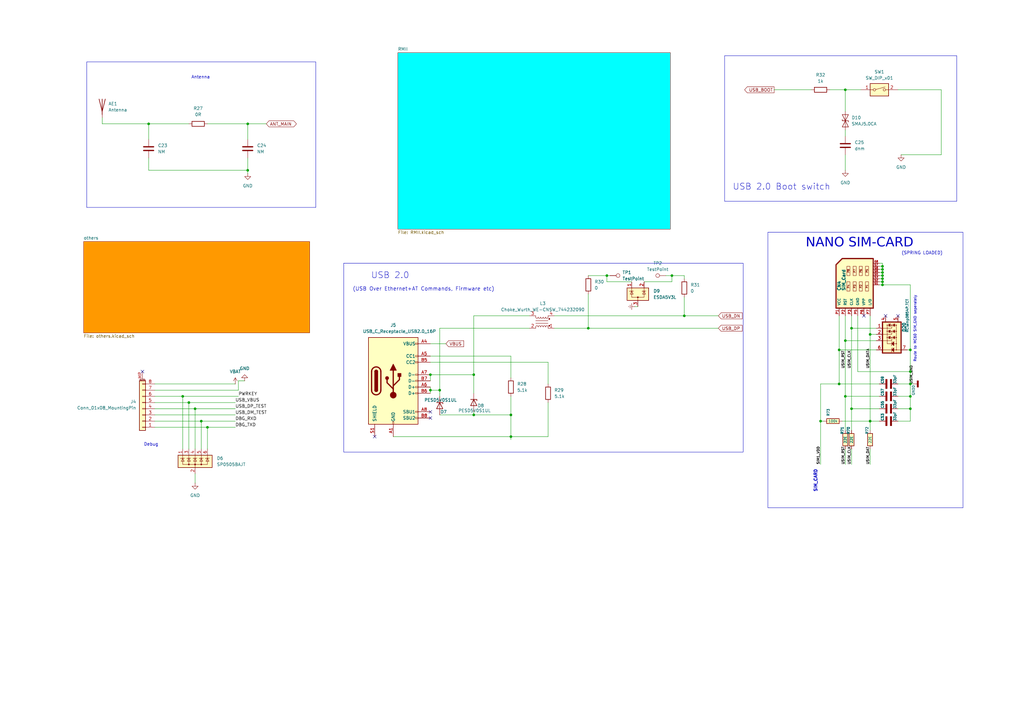
<source format=kicad_sch>
(kicad_sch (version 20250114) (generator "eeschema") (generator_version "9.0")
  (paper "A3")
  (title_block (title "Raspberry Pi HAT") (rev "A"))
  (lib_symbols
    (symbol "CELUS:GND" (power) (pin_names (offset 0.762))
      (symbol "GND_0_1"
        (polyline (pts (xy -0.635 -1.905) (xy 0.635 -1.905)))
        (polyline (pts (xy -0.127 -2.54) (xy 0.127 -2.54)))
        (polyline (pts (xy 0 -1.27) (xy 0 0)))
        (polyline (pts (xy 1.27 -1.27) (xy -1.27 -1.27)))
      )
      (symbol "GND_1_1"
        (pin power_in line (at 0 0 270) (length 0) (hide yes) (name "GND") (number "1"))
      )
    )
    (symbol "Connector:TestPoint" (pin_numbers (hide yes)) (pin_names (offset 0.762) (hide yes))
      (property "Reference" "TP" (at 0 6.858 0))
      (property "Value" "TestPoint" (at 0 5.08 0))
      (symbol "TestPoint_0_1"
        (circle (center 0 3.302) (radius 0.762))
      )
      (symbol "TestPoint_1_1"
        (pin passive line (at 0 0 90) (length 2.54) (name "1") (number "1"))
      )
    )
    (symbol "Connector:USB_C_Receptacle_USB2.0_16P" (pin_names (offset 1.016))
      (property "Reference" "J" (at 0 22.225 0))
      (property "Value" "USB_C_Receptacle_USB2.0_16P" (at 0 19.685 0))
      (symbol "USB_C_Receptacle_USB2.0_16P_0_0"
        (rectangle (start -0.254 -17.78) (end 0.254 -16.764))
        (rectangle (start 10.16 15.494) (end 9.144 14.986))
        (rectangle (start 10.16 10.414) (end 9.144 9.906))
        (rectangle (start 10.16 7.874) (end 9.144 7.366))
        (rectangle (start 10.16 2.794) (end 9.144 2.286))
        (rectangle (start 10.16 0.254) (end 9.144 -0.254))
        (rectangle (start 10.16 -2.286) (end 9.144 -2.794))
        (rectangle (start 10.16 -4.826) (end 9.144 -5.334))
        (rectangle (start 10.16 -12.446) (end 9.144 -12.954))
        (rectangle (start 10.16 -14.986) (end 9.144 -15.494))
      )
      (symbol "USB_C_Receptacle_USB2.0_16P_0_1"
        (rectangle (start -10.16 17.78) (end 10.16 -17.78) (stroke (width 0.254)) (fill (type background)))
        (polyline (pts (xy -8.89 -3.81) (xy -8.89 3.81)) (stroke (width 0.508)))
        (rectangle (start -7.62 -3.81) (end -6.35 3.81) (stroke (width 0.254)) (fill (type outline)))
        (arc (start -7.62 3.81) (mid -6.985 4.4423) (end -6.35 3.81) (stroke (width 0.254)))
        (arc (start -7.62 3.81) (mid -6.985 4.4423) (end -6.35 3.81) (stroke (width 0.254)) (fill (type outline)))
        (arc (start -8.89 3.81) (mid -6.985 5.7067) (end -5.08 3.81) (stroke (width 0.508)))
        (arc (start -5.08 -3.81) (mid -6.985 -5.7067) (end -8.89 -3.81) (stroke (width 0.508)))
        (arc (start -6.35 -3.81) (mid -6.985 -4.4423) (end -7.62 -3.81) (stroke (width 0.254)))
        (arc (start -6.35 -3.81) (mid -6.985 -4.4423) (end -7.62 -3.81) (stroke (width 0.254)) (fill (type outline)))
        (polyline (pts (xy -5.08 3.81) (xy -5.08 -3.81)) (stroke (width 0.508)))
        (circle (center -2.54 1.143) (radius 0.635) (stroke (width 0.254)) (fill (type outline)))
        (polyline (pts (xy -1.27 4.318) (xy 0 6.858) (xy 1.27 4.318) (xy -1.27 4.318)) (stroke (width 0.254)) (fill (type outline)))
        (polyline (pts (xy 0 -2.032) (xy 2.54 0.508) (xy 2.54 1.778)) (stroke (width 0.508)))
        (polyline (pts (xy 0 -3.302) (xy -2.54 -0.762) (xy -2.54 0.508)) (stroke (width 0.508)))
        (polyline (pts (xy 0 -5.842) (xy 0 4.318)) (stroke (width 0.508)))
        (circle (center 0 -5.842) (radius 1.27) (fill (type outline)))
        (rectangle (start 1.905 1.778) (end 3.175 3.048) (stroke (width 0.254)) (fill (type outline)))
      )
      (symbol "USB_C_Receptacle_USB2.0_16P_1_1"
        (pin passive line (at -7.62 -22.86 90) (length 5.08) (name "SHIELD") (number "S1"))
        (pin passive line (at 0 -22.86 90) (length 5.08) (name "GND") (number "A1"))
        (pin passive line (at 0 -22.86 90) (length 5.08) (hide yes) (name "GND") (number "A12"))
        (pin passive line (at 0 -22.86 90) (length 5.08) (hide yes) (name "GND") (number "B1"))
        (pin passive line (at 0 -22.86 90) (length 5.08) (hide yes) (name "GND") (number "B12"))
        (pin passive line (at 15.24 15.24 180) (length 5.08) (name "VBUS") (number "A4"))
        (pin passive line (at 15.24 15.24 180) (length 5.08) (hide yes) (name "VBUS") (number "A9"))
        (pin passive line (at 15.24 15.24 180) (length 5.08) (hide yes) (name "VBUS") (number "B4"))
        (pin passive line (at 15.24 15.24 180) (length 5.08) (hide yes) (name "VBUS") (number "B9"))
        (pin bidirectional line (at 15.24 10.16 180) (length 5.08) (name "CC1") (number "A5"))
        (pin bidirectional line (at 15.24 7.62 180) (length 5.08) (name "CC2") (number "B5"))
        (pin bidirectional line (at 15.24 2.54 180) (length 5.08) (name "D-") (number "A7"))
        (pin bidirectional line (at 15.24 0 180) (length 5.08) (name "D-") (number "B7"))
        (pin bidirectional line (at 15.24 -2.54 180) (length 5.08) (name "D+") (number "A6"))
        (pin bidirectional line (at 15.24 -5.08 180) (length 5.08) (name "D+") (number "B6"))
        (pin bidirectional line (at 15.24 -12.7 180) (length 5.08) (name "SBU1") (number "A8"))
        (pin bidirectional line (at 15.24 -15.24 180) (length 5.08) (name "SBU2") (number "B8"))
      )
    )
    (symbol "Connector_Generic_MountingPin:Conn_01x08_MountingPin" (pin_names (offset 1.016) (hide yes))
      (property "Reference" "J" (at 0 10.16 0))
      (property "Value" "Conn_01x08_MountingPin" (at 1.27 -12.7 0))
      (symbol "Conn_01x08_MountingPin_1_1"
        (rectangle (start -1.27 8.89) (end 1.27 -11.43) (stroke (width 0.254)) (fill (type background)))
        (rectangle (start -1.27 7.747) (end 0 7.493) (stroke (width 0.1524)))
        (rectangle (start -1.27 5.207) (end 0 4.953) (stroke (width 0.1524)))
        (rectangle (start -1.27 2.667) (end 0 2.413) (stroke (width 0.1524)))
        (rectangle (start -1.27 0.127) (end 0 -0.127) (stroke (width 0.1524)))
        (rectangle (start -1.27 -2.413) (end 0 -2.667) (stroke (width 0.1524)))
        (rectangle (start -1.27 -4.953) (end 0 -5.207) (stroke (width 0.1524)))
        (rectangle (start -1.27 -7.493) (end 0 -7.747) (stroke (width 0.1524)))
        (rectangle (start -1.27 -10.033) (end 0 -10.287) (stroke (width 0.1524)))
        (polyline (pts (xy -1.016 -12.192) (xy 1.016 -12.192)) (stroke (width 0.1524)))
        (text "Mounting" (at 0 -11.811 0) (effects (font (size 0.381 0.381))))
        (pin passive line (at -5.08 7.62 0) (length 3.81) (name "Pin_1") (number "1"))
        (pin passive line (at -5.08 5.08 0) (length 3.81) (name "Pin_2") (number "2"))
        (pin passive line (at -5.08 2.54 0) (length 3.81) (name "Pin_3") (number "3"))
        (pin passive line (at -5.08 0 0) (length 3.81) (name "Pin_4") (number "4"))
        (pin passive line (at -5.08 -2.54 0) (length 3.81) (name "Pin_5") (number "5"))
        (pin passive line (at -5.08 -5.08 0) (length 3.81) (name "Pin_6") (number "6"))
        (pin passive line (at -5.08 -7.62 0) (length 3.81) (name "Pin_7") (number "7"))
        (pin passive line (at -5.08 -10.16 0) (length 3.81) (name "Pin_8") (number "8"))
        (pin passive line (at 0 -15.24 90) (length 3.048) (name "MountPin") (number "MP"))
      )
    )
    (symbol "Device:Antenna" (pin_numbers (hide yes)) (pin_names (offset 1.016) (hide yes))
      (property "Reference" "AE" (at -1.905 1.905 0))
      (property "Value" "Antenna" (at -1.905 0 0))
      (symbol "Antenna_0_1"
        (polyline (pts (xy 0 2.54) (xy 0 -3.81)) (stroke (width 0.254)))
        (polyline (pts (xy 1.27 2.54) (xy 0 -2.54) (xy -1.27 2.54)) (stroke (width 0.254)))
      )
      (symbol "Antenna_1_1"
        (pin input line (at 0 -5.08 90) (length 2.54) (name "A") (number "1"))
      )
    )
    (symbol "Device:C" (pin_numbers (hide yes)) (pin_names (offset 0.254))
      (property "Reference" "C" (at 0.635 2.54 0))
      (property "Value" "C" (at 0.635 -2.54 0))
      (symbol "C_0_1"
        (polyline (pts (xy -2.032 0.762) (xy 2.032 0.762)) (stroke (width 0.508)))
        (polyline (pts (xy -2.032 -0.762) (xy 2.032 -0.762)) (stroke (width 0.508)))
      )
      (symbol "C_1_1"
        (pin passive line (at 0 3.81 270) (length 2.794) (name "~") (number "1"))
        (pin passive line (at 0 -3.81 90) (length 2.794) (name "~") (number "2"))
      )
    )
    (symbol "Device:R" (pin_numbers (hide yes)) (pin_names (offset 0))
      (property "Reference" "R" (at 2.032 0 90))
      (property "Value" "R" (at 0 0 90))
      (symbol "R_0_1"
        (rectangle (start -1.016 -2.54) (end 1.016 2.54) (stroke (width 0.254)))
      )
      (symbol "R_1_1"
        (pin passive line (at 0 3.81 270) (length 1.27) (name "~") (number "1"))
        (pin passive line (at 0 -3.81 90) (length 1.27) (name "~") (number "2"))
      )
    )
    (symbol "Diode:PESD5V0S1UL" (pin_numbers (hide yes)) (pin_names (hide yes))
      (property "Reference" "D" (at 0 2.54 0))
      (property "Value" "PESD5V0S1UL" (at 0 -2.54 0))
      (symbol "PESD5V0S1UL_0_1"
        (polyline (pts (xy -1.27 -1.27) (xy -1.27 1.27) (xy -0.762 1.27)) (stroke (width 0.254)))
        (polyline (pts (xy 1.27 0) (xy -1.27 0)))
        (polyline (pts (xy 1.27 -1.27) (xy 1.27 1.27) (xy -1.27 0) (xy 1.27 -1.27)) (stroke (width 0.254)))
      )
      (symbol "PESD5V0S1UL_1_1"
        (pin passive line (at -3.81 0 0) (length 2.54) (name "K") (number "1"))
        (pin passive line (at 3.81 0 180) (length 2.54) (name "A") (number "2"))
      )
    )
    (symbol "Diode:SMAJ5.0CA" (pin_numbers (hide yes)) (pin_names (offset 1.016) (hide yes))
      (property "Reference" "D" (at 0 2.54 0))
      (property "Value" "SMAJ5.0CA" (at 0 -2.54 0))
      (symbol "SMAJ5.0CA_0_1"
        (polyline (pts (xy -2.54 -1.27) (xy 0 0) (xy -2.54 1.27) (xy -2.54 -1.27)) (stroke (width 0.2032)))
        (polyline (pts (xy 0.508 1.27) (xy 0 1.27) (xy 0 -1.27) (xy -0.508 -1.27)) (stroke (width 0.2032)))
        (polyline (pts (xy 1.27 0) (xy -1.27 0)))
        (polyline (pts (xy 2.54 1.27) (xy 2.54 -1.27) (xy 0 0) (xy 2.54 1.27)) (stroke (width 0.2032)))
      )
      (symbol "SMAJ5.0CA_1_1"
        (pin passive line (at -3.81 0 0) (length 2.54) (name "A1") (number "1"))
        (pin passive line (at 3.81 0 180) (length 2.54) (name "A2") (number "2"))
      )
    )
    (symbol "Filter:Choke_Wurth_WE-CNSW_744232090"
      (property "Reference" "L" (at 0 5.08 0))
      (property "Value" "Choke_Wurth_WE-CNSW_744232090" (at 0 -5.08 0))
      (symbol "Choke_Wurth_WE-CNSW_744232090_1_1"
        (circle (center -3.048 1.524) (radius 0.254) (fill (type outline)))
        (circle (center -3.048 -1.27) (radius 0.254) (fill (type outline)))
        (polyline (pts (xy -2.54 2.032) (xy -2.54 2.54)))
        (polyline (pts (xy -2.54 0.508) (xy 2.54 0.508)))
        (polyline (pts (xy -2.54 -2.032) (xy -2.54 -2.54)))
        (arc (start -1.524 2.032) (mid -2.032 1.5262) (end -2.54 2.032))
        (arc (start -2.54 -2.032) (mid -2.032 -1.5262) (end -1.524 -2.032))
        (arc (start -0.508 2.032) (mid -1.016 1.5262) (end -1.524 2.032))
        (arc (start -1.524 -2.032) (mid -1.016 -1.5262) (end -0.508 -2.032))
        (arc (start 0.508 2.032) (mid 0 1.5262) (end -0.508 2.032))
        (arc (start -0.508 -2.032) (mid 0 -1.5262) (end 0.508 -2.032))
        (arc (start 1.524 2.032) (mid 1.016 1.5262) (end 0.508 2.032))
        (arc (start 0.508 -2.032) (mid 1.016 -1.5262) (end 1.524 -2.032))
        (arc (start 2.54 2.032) (mid 2.032 1.5262) (end 1.524 2.032))
        (arc (start 1.524 -2.032) (mid 2.032 -1.5262) (end 2.54 -2.032))
        (polyline (pts (xy 2.54 2.54) (xy 2.54 2.032)))
        (polyline (pts (xy 2.54 -0.508) (xy -2.54 -0.508)))
        (polyline (pts (xy 2.54 -2.032) (xy 2.54 -2.54)))
        (pin passive line (at -5.08 2.54 0) (length 2.54) (name "") (number "1"))
        (pin passive line (at -5.08 -2.54 0) (length 2.54) (name "") (number "4"))
        (pin passive line (at 5.08 2.54 180) (length 2.54) (name "") (number "2"))
        (pin passive line (at 5.08 -2.54 180) (length 2.54) (name "") (number "3"))
      )
    )
    (symbol "Power_Protection:ESDA5V3L" (pin_names (hide yes))
      (property "Reference" "D" (at 5.715 2.54 0))
      (property "Value" "ESDA5V3L" (at 5.715 0.635 0))
      (symbol "ESDA5V3L_0_0"
        (pin passive line (at 0 -5.08 90) (length 2.54) (name "A") (number "3"))
      )
      (symbol "ESDA5V3L_0_1"
        (rectangle (start -4.445 2.54) (end 4.445 -2.54) (stroke (width 0.254)) (fill (type background)))
        (polyline (pts (xy -3.302 1.016) (xy -3.302 1.27) (xy -1.905 1.27) (xy -1.778 1.27)))
        (polyline (pts (xy -2.54 2.54) (xy -2.54 1.27)))
        (polyline (pts (xy -2.54 1.27) (xy -2.54 -1.27) (xy 2.54 -1.27) (xy 2.54 1.27)))
        (polyline (pts (xy -2.54 1.27) (xy -1.905 0) (xy -3.175 0) (xy -2.54 1.27)))
        (polyline (pts (xy 0 -1.27) (xy 0 -2.54)))
        (circle (center 0 -1.27) (radius 0.254) (fill (type outline)))
        (polyline (pts (xy 1.778 1.016) (xy 1.778 1.27) (xy 3.175 1.27) (xy 3.302 1.27)))
        (polyline (pts (xy 2.54 2.54) (xy 2.54 1.27)))
        (polyline (pts (xy 2.54 1.27) (xy 1.905 0) (xy 3.175 0) (xy 2.54 1.27)))
      )
      (symbol "ESDA5V3L_1_1"
        (pin passive line (at -2.54 5.08 270) (length 2.54) (name "K") (number "1"))
        (pin passive line (at 2.54 5.08 270) (length 2.54) (name "K") (number "2"))
      )
    )
    (symbol "Power_Protection:SP0505BAJT" (pin_names (hide yes))
      (property "Reference" "D" (at 7.62 2.54 0))
      (property "Value" "SP0505BAJT" (at 7.62 0.635 0))
      (symbol "SP0505BAJT_0_0"
        (pin passive line (at 0 -5.08 90) (length 2.54) (name "A") (number "2"))
      )
      (symbol "SP0505BAJT_0_1"
        (rectangle (start -6.985 2.54) (end 6.985 -2.54) (stroke (width 0.254)) (fill (type background)))
        (polyline (pts (xy -5.842 1.016) (xy -5.842 1.27) (xy -4.445 1.27) (xy -4.318 1.27)))
        (polyline (pts (xy -5.08 2.54) (xy -5.08 1.27)))
        (polyline (pts (xy -5.08 1.27) (xy -5.08 -1.27) (xy -2.54 -1.27)))
        (polyline (pts (xy -5.08 1.27) (xy -4.445 0) (xy -5.715 0) (xy -5.08 1.27)))
        (polyline (pts (xy -3.302 1.016) (xy -3.302 1.27) (xy -1.905 1.27) (xy -1.778 1.27)))
        (polyline (pts (xy -2.54 2.54) (xy -2.54 1.27)))
        (polyline (pts (xy -2.54 1.27) (xy -2.54 -1.27) (xy 2.54 -1.27) (xy 2.54 1.27)))
        (polyline (pts (xy -2.54 1.27) (xy -1.905 0) (xy -3.175 0) (xy -2.54 1.27)))
        (circle (center -2.54 -1.27) (radius 0.254) (fill (type outline)))
        (polyline (pts (xy 0 2.54) (xy 0 1.27)))
        (polyline (pts (xy 0 -1.27) (xy 0 1.27)))
        (polyline (pts (xy 0 -1.27) (xy 0 -2.54)))
        (circle (center 0 -1.27) (radius 0.254) (fill (type outline)))
        (polyline (pts (xy 0.635 1.27) (xy 0.762 1.27)))
        (polyline (pts (xy 0.635 1.27) (xy -0.762 1.27) (xy -0.762 1.016)))
        (polyline (pts (xy 0.635 0) (xy -0.635 0) (xy 0 1.27) (xy 0.635 0)))
        (polyline (pts (xy 1.778 1.016) (xy 1.778 1.27) (xy 3.175 1.27) (xy 3.302 1.27)))
        (polyline (pts (xy 2.54 2.54) (xy 2.54 1.27)))
        (polyline (pts (xy 2.54 1.27) (xy 1.905 0) (xy 3.175 0) (xy 2.54 1.27)))
        (circle (center 2.54 -1.27) (radius 0.254) (fill (type outline)))
        (polyline (pts (xy 4.318 1.016) (xy 4.318 1.27) (xy 5.715 1.27) (xy 5.842 1.27)))
        (polyline (pts (xy 5.08 2.54) (xy 5.08 1.27)))
        (polyline (pts (xy 5.08 1.27) (xy 5.08 -1.27) (xy 2.54 -1.27)))
        (polyline (pts (xy 5.08 1.27) (xy 4.445 0) (xy 5.715 0) (xy 5.08 1.27)))
      )
      (symbol "SP0505BAJT_1_1"
        (pin passive line (at -5.08 5.08 270) (length 2.54) (name "K") (number "1"))
        (pin passive line (at -2.54 5.08 270) (length 2.54) (name "K") (number "3"))
        (pin passive line (at 0 5.08 270) (length 2.54) (name "K") (number "4"))
        (pin passive line (at 2.54 5.08 270) (length 2.54) (name "K") (number "5"))
        (pin passive line (at 5.08 5.08 270) (length 2.54) (name "K") (number "6"))
      )
    )
    (symbol "Switch:SW_DIP_x01" (pin_names (offset 0) (hide yes))
      (property "Reference" "SW" (at 0 3.81 0))
      (property "Value" "SW_DIP_x01" (at 0 -3.81 0))
      (symbol "SW_DIP_x01_0_0"
        (circle (center -2.032 0) (radius 0.508))
        (polyline (pts (xy -1.524 0.127) (xy 2.3622 1.1684)))
        (circle (center 2.032 0) (radius 0.508))
      )
      (symbol "SW_DIP_x01_0_1"
        (rectangle (start -3.81 2.54) (end 3.81 -2.54) (stroke (width 0.254)) (fill (type background)))
      )
      (symbol "SW_DIP_x01_1_1"
        (pin passive line (at -7.62 0 0) (length 5.08) (name "~") (number "1"))
        (pin passive line (at 7.62 0 180) (length 5.08) (name "~") (number "2"))
      )
    )
    (symbol "mc60-rescue:GNDD-power" (power) (pin_names (offset 0))
      (property "Value" "power:GNDD" (at 0 -3.175 0))
      (symbol "GNDD-power_0_1"
        (rectangle (start -1.27 -1.524) (end 1.27 -2.032) (stroke (width 0.254)) (fill (type outline)))
        (polyline (pts (xy 0 0) (xy 0 -1.524)))
      )
      (symbol "GNDD-power_1_1"
        (pin power_in line (at 0 0 270) (length 0) (hide yes) (name "GNDD") (number "1"))
      )
    )
    (symbol "mc60_library:C_NP" (pin_numbers (hide yes)) (pin_names (offset 0.254) (hide yes))
      (property "Reference" "C" (at -2.54 2.54 0))
      (property "Value" "C_NP" (at 0 -3.81 0))
      (symbol "C_NP_0_1"
        (rectangle (start -1.905 1.27) (end 1.905 0.635) (fill (type outline)))
        (rectangle (start 1.905 -1.27) (end -1.905 -0.635) (fill (type outline)))
      )
      (symbol "C_NP_1_1"
        (pin passive line (at 0 3.81 270) (length 2.54) (name "+") (number "1"))
        (pin passive line (at 0 -3.81 90) (length 2.54) (name "-") (number "2"))
      )
    )
    (symbol "mc60_library:Diode_TVS" (pin_names (offset 1.016))
      (property "Reference" "D" (at 5.08 -5.08 0))
      (property "Value" "Diode_TVS" (at -7.62 0 90))
      (symbol "Diode_TVS_0_1"
        (rectangle (start -6.35 3.81) (end 6.35 -3.81) (stroke (width 0.508)) (fill (type background)))
        (polyline (pts (xy -5.08 0) (xy -5.08 3.81)))
        (polyline (pts (xy -5.08 0) (xy -5.715 0) (xy -5.969 0.254)))
        (polyline (pts (xy -5.08 0) (xy -4.445 0) (xy -4.191 -0.254)))
        (polyline (pts (xy -5.08 0) (xy -5.969 -0.889) (xy -4.191 -0.889) (xy -5.08 0)) (fill (type outline)))
        (circle (center -5.08 -1.905) (radius 0.127))
        (polyline (pts (xy -5.08 -1.905) (xy -5.08 -3.81)))
        (polyline (pts (xy -2.54 0) (xy -3.175 0) (xy -3.429 0.254)))
        (polyline (pts (xy -2.54 0) (xy -2.54 1.905) (xy 0 1.905)))
        (polyline (pts (xy -2.54 0) (xy -1.905 0) (xy -1.651 -0.254)))
        (polyline (pts (xy -2.54 0) (xy -3.429 -0.889) (xy -1.651 -0.889) (xy -2.54 0)) (fill (type outline)))
        (circle (center -2.54 -1.905) (radius 0.127))
        (polyline (pts (xy -2.54 -1.905) (xy -5.08 -1.905) (xy -5.08 -0.889)))
        (polyline (pts (xy -0.635 1.27) (xy 0.635 1.27)))
        (polyline (pts (xy -0.635 -0.635) (xy 0.635 -0.635)))
        (circle (center 0 1.905) (radius 0.127))
        (polyline (pts (xy 0 0.635) (xy -0.635 0.635) (xy 0 1.27) (xy 0.635 0.635) (xy 0 0.635)) (fill (type outline)))
        (polyline (pts (xy 0 0) (xy -1.27 0) (xy -1.27 3.81)))
        (circle (center 0 0) (radius 0.127))
        (polyline (pts (xy 0 -0.635) (xy 0 0.635)))
        (polyline (pts (xy 0 -0.635) (xy -0.635 -1.27) (xy 0.635 -1.27) (xy 0 -0.635)) (fill (type outline)))
        (polyline (pts (xy 0 -1.27) (xy 0 -1.905) (xy 5.08 -1.905) (xy 5.08 -1.27)))
        (polyline (pts (xy 0 -1.905) (xy -2.54 -1.905) (xy -2.54 -0.889)))
        (circle (center 0 -1.905) (radius 0.127))
        (polyline (pts (xy 1.905 1.27) (xy 3.175 1.27)))
        (polyline (pts (xy 1.905 -0.635) (xy 3.175 -0.635)))
        (circle (center 2.54 1.905) (radius 0.127))
        (polyline (pts (xy 2.54 1.27) (xy 2.54 1.905)))
        (polyline (pts (xy 2.54 0.635) (xy 1.905 0.635) (xy 2.54 1.27) (xy 3.175 0.635) (xy 2.54 0.635)) (fill (type outline)))
        (polyline (pts (xy 2.54 0) (xy 1.27 0) (xy 1.27 3.81)))
        (circle (center 2.54 0) (radius 0.127))
        (polyline (pts (xy 2.54 -0.635) (xy 2.54 0.635)))
        (polyline (pts (xy 2.54 -0.635) (xy 1.905 -1.27) (xy 3.175 -1.27) (xy 2.54 -0.635)) (fill (type outline)))
        (polyline (pts (xy 2.54 -1.27) (xy 2.54 -1.905)))
        (circle (center 2.54 -1.905) (radius 0.127))
        (polyline (pts (xy 4.445 1.27) (xy 5.715 1.27)))
        (polyline (pts (xy 4.445 -0.635) (xy 5.715 -0.635)))
        (circle (center 5.08 1.905) (radius 0.127))
        (polyline (pts (xy 5.08 1.27) (xy 5.08 1.905) (xy 0 1.905) (xy 0 1.27)))
        (polyline (pts (xy 5.08 0.635) (xy 4.445 0.635) (xy 5.08 1.27) (xy 5.715 0.635) (xy 5.08 0.635)) (fill (type outline)))
        (polyline (pts (xy 5.08 0) (xy 3.81 0) (xy 3.81 3.81)))
        (circle (center 5.08 0) (radius 0.127))
        (polyline (pts (xy 5.08 -0.635) (xy 5.08 0.635)))
        (polyline (pts (xy 5.08 -0.635) (xy 4.445 -1.27) (xy 5.715 -1.27) (xy 5.08 -0.635)) (fill (type outline)))
        (circle (center 5.08 -1.905) (radius 0.127))
      )
      (symbol "Diode_TVS_1_1"
        (pin input line (at -5.08 6.35 270) (length 2.54) (name "~") (number "6"))
        (pin input line (at -5.08 -6.35 90) (length 2.54) (name "~") (number "7"))
        (pin input line (at -1.27 6.35 270) (length 2.54) (name "~") (number "3"))
        (pin input line (at 1.27 6.35 270) (length 2.54) (name "~") (number "2"))
        (pin input line (at 3.81 6.35 270) (length 2.54) (name "~") (number "1"))
        (pin input line (at 8.89 2.54 180) (length 2.54) (name "~") (number "4"))
        (pin input line (at 8.89 -2.54 180) (length 2.54) (name "~") (number "5"))
      )
    )
    (symbol "mc60_library:R" (pin_numbers (hide yes)) (pin_names (offset 0))
      (property "Reference" "R" (at 2.032 0 90))
      (property "Value" "R" (at 0 0 90))
      (symbol "R_0_1"
        (rectangle (start -1.016 -2.54) (end 1.016 2.54) (stroke (width 0.254)) (fill (type background)))
      )
      (symbol "R_1_1"
        (pin passive line (at 0 3.81 270) (length 1.27) (name "~") (number "1"))
        (pin passive line (at 0 -3.81 90) (length 1.27) (name "~") (number "2"))
      )
    )
    (symbol "mc60_library:SIM_Card" (pin_names (offset 1.016))
      (property "Reference" "J" (at -2.54 12.7 0))
      (property "Value" "SIM_Card" (at -1.27 10.16 0))
      (symbol "SIM_Card_0_0"
        (text "P4" (at -0.635 3.81 0) (effects (font (size 0.762 0.762) (bold yes))))
        (text "P3" (at -0.635 1.27 0) (effects (font (size 0.762 0.762) (bold yes))))
        (text "P2" (at -0.635 -1.27 0) (effects (font (size 0.762 0.762) (bold yes))))
        (text "P1" (at -0.635 -3.81 0) (effects (font (size 0.762 0.762) (bold yes))))
        (text "P8" (at 5.715 3.81 0) (effects (font (size 0.762 0.762) (bold yes))))
        (text "P7" (at 5.715 1.27 0) (effects (font (size 0.762 0.762) (bold yes))))
        (text "P6" (at 5.715 -1.27 0) (effects (font (size 0.762 0.762) (bold yes))))
        (text "P5" (at 5.715 -3.81 0) (effects (font (size 0.762 0.762) (bold yes))))
      )
      (symbol "SIM_Card_0_1"
        (polyline (pts (xy -9.525 -6.35) (xy -9.525 8.89) (xy 8.255 8.89) (xy 10.795 6.35) (xy 10.795 -6.35) (xy -9.525 -6.35)) (stroke (width 0.508)) (fill (type background)))
        (rectangle (start -2.54 3.175) (end 1.27 4.445))
        (rectangle (start -2.54 0.635) (end 1.27 1.905))
        (rectangle (start -2.54 -1.905) (end 1.27 -0.635))
        (rectangle (start -2.54 -4.445) (end 1.27 -3.175))
        (rectangle (start 3.81 3.175) (end 7.62 4.445))
        (rectangle (start 3.81 0.635) (end 7.62 1.905))
        (rectangle (start 3.81 -1.905) (end 7.62 -0.635))
        (rectangle (start 3.81 -3.175) (end 7.62 -4.445))
      )
      (symbol "SIM_Card_1_1"
        (pin power_in line (at -12.7 7.62 0) (length 3.175) (name "VCC") (number "P1"))
        (pin input line (at -12.7 5.08 0) (length 3.175) (name "RST") (number "P2"))
        (pin input line (at -12.7 2.54 0) (length 3.175) (name "CLK") (number "P3"))
        (pin power_in line (at -12.7 0 0) (length 3.175) (name "GND") (number "P5"))
        (pin input line (at -12.7 -2.54 0) (length 3.175) (name "VPP") (number "P6"))
        (pin bidirectional line (at -12.7 -5.08 0) (length 3.175) (name "I/O") (number "P7"))
        (pin passive line (at 0 -8.89 90) (length 2.54) (name "~") (number "G1"))
        (pin passive line (at 1.27 -8.89 90) (length 2.54) (name "~") (number "G2"))
        (pin passive line (at 2.54 -8.89 90) (length 2.54) (name "~") (number "G3"))
        (pin passive line (at 3.81 -8.89 90) (length 2.54) (name "~") (number "G4"))
        (pin passive line (at 5.08 -8.89 90) (length 2.54) (name "~") (number "G5"))
        (pin passive line (at 6.35 -8.89 90) (length 2.54) (name "~") (number "G6"))
        (pin passive line (at 7.62 -8.89 90) (length 2.54) (name "~") (number "G7"))
        (pin passive line (at 8.89 -8.89 90) (length 2.54) (name "~") (number "G8"))
      )
    )
    (symbol "power:GND" (power) (pin_numbers (hide yes)) (pin_names (offset 0) (hide yes))
      (property "Value" "GND" (at 0 -3.81 0))
      (symbol "GND_0_1"
        (polyline (pts (xy 0 0) (xy 0 -1.27) (xy 1.27 -1.27) (xy 0 -2.54) (xy -1.27 -1.27) (xy 0 -1.27)))
      )
      (symbol "GND_1_1"
        (pin power_in line (at 0 0 270) (length 0) (name "~") (number "1"))
      )
    )
    (symbol "power:VDD" (power) (pin_numbers (hide yes)) (pin_names (offset 0) (hide yes))
      (property "Value" "VDD" (at 0 3.556 0))
      (symbol "VDD_0_1"
        (polyline (pts (xy -0.762 1.27) (xy 0 2.54)))
        (polyline (pts (xy 0 2.54) (xy 0.762 1.27)))
        (polyline (pts (xy 0 0) (xy 0 2.54)))
      )
      (symbol "VDD_1_1"
        (pin power_in line (at 0 0 90) (length 0) (name "~") (number "1"))
      )
    )
  )
  (rectangle (start 35.56 25.4) (end 129.54 85.09))
  (rectangle (start 140.97 107.95) (end 304.8 185.42))
  (rectangle (start 314.96 95.25) (end 394.97 208.28))
  (rectangle (start 297.18 22.86) (end 392.43 82.55))
  (text "Debug\n" (at 61.976 182.372 0) (effects (font (size 1.27 1.27))))
  (text "SIM_CARD" (at 335.28 201.93 90) (effects (font (size 1.27 1.27) (thickness 0.254) (bold yes)) (justify left bottom)))
  (text "(SPRING LOADED)\n" (at 378.206 103.886 0) (effects (font (size 1.27 1.27))))
  (text "Antenna\n" (at 82.296 31.75 0) (effects (font (size 1.27 1.27))))
  (text "(USB Over Ethernet+AT Commands, Firmware etc)" (at 173.736 118.618 0) (effects (font (size 1.524 1.524))))
  (text "NANO SIM-CARD\n\n" (at 352.552 103.886 0) (effects (font (size 3.81 3.81))))
  (text "USB 2.0 Boot switch\n" (at 320.548 76.708 0) (effects (font (size 2.54 2.54))))
  (text "USB 2.0\n" (at 160.02 113.03 0) (effects (font (size 2.54 2.54))))
  (text "Route to MC60 SIM_GND seperately" (at 375.92 148.59 90) (effects (font (size 1.016 1.016)) (justify left bottom)))
  (junction (at 248.92 113.03))
  (junction (at 344.17 143.51))
  (junction (at 344.17 157.48))
  (junction (at 194.31 170.18))
  (junction (at 209.55 179.07))
  (junction (at 356.87 172.72))
  (junction (at 356.87 137.16))
  (junction (at 336.55 172.72))
  (junction (at 101.6 50.8))
  (junction (at 373.38 157.48))
  (junction (at 176.53 160.02))
  (junction (at 361.95 110.49))
  (junction (at 82.55 172.72))
  (junction (at 361.95 116.84))
  (junction (at 194.31 153.67))
  (junction (at 361.95 109.22))
  (junction (at 176.53 153.67))
  (junction (at 180.34 160.02))
  (junction (at 349.25 134.62))
  (junction (at 373.38 152.4))
  (junction (at 77.47 165.1))
  (junction (at 80.01 167.64))
  (junction (at 346.71 162.56))
  (junction (at 361.95 113.03))
  (junction (at 361.95 114.3))
  (junction (at 280.67 129.54))
  (junction (at 275.59 113.03))
  (junction (at 361.95 115.57))
  (junction (at 373.38 162.56))
  (junction (at 349.25 167.64))
  (junction (at 361.95 111.76))
  (junction (at 85.09 175.26))
  (junction (at 346.71 36.83))
  (junction (at 101.6 69.85))
  (junction (at 346.71 139.7))
  (junction (at 209.55 170.18))
  (junction (at 373.38 143.51))
  (junction (at 60.96 50.8))
  (junction (at 241.3 134.62))
  (junction (at 373.38 167.64))
  (junction (at 74.93 162.56))
  (no_connect (at 363.22 129.54))
  (no_connect (at 354.33 129.54))
  (no_connect (at 153.67 179.07))
  (no_connect (at 58.42 152.4))
  (no_connect (at 176.53 168.91))
  (no_connect (at 368.3 129.54))
  (no_connect (at 176.53 171.45))
  (wire (pts (xy 356.87 137.16) (xy 356.87 129.54)))
  (wire (pts (xy 85.09 175.26) (xy 85.09 184.15)))
  (wire (pts (xy 346.71 36.83) (xy 353.06 36.83)))
  (wire (pts (xy 241.3 120.65) (xy 241.3 134.62)))
  (wire (pts (xy 361.95 116.84) (xy 361.95 115.57)))
  (wire (pts (xy 77.47 165.1) (xy 77.47 184.15)))
  (wire (pts (xy 259.08 115.57) (xy 248.92 115.57)))
  (wire (pts (xy 280.67 121.92) (xy 280.67 129.54)))
  (wire (pts (xy 227.33 129.54) (xy 280.67 129.54)))
  (wire (pts (xy 351.79 152.4) (xy 351.79 129.54)))
  (wire (pts (xy 82.55 172.72) (xy 96.52 172.72)))
  (wire (pts (xy 209.55 170.18) (xy 209.55 162.56)))
  (wire (pts (xy 349.25 190.5) (xy 349.25 184.15)))
  (wire (pts (xy 85.09 175.26) (xy 96.52 175.26)))
  (wire (pts (xy 336.55 157.48) (xy 336.55 172.72)))
  (wire (pts (xy 176.53 146.05) (xy 209.55 146.05)))
  (wire (pts (xy 359.41 139.7) (xy 346.71 139.7)))
  (wire (pts (xy 360.68 115.57) (xy 361.95 115.57)))
  (wire (pts (xy 373.38 116.84) (xy 373.38 143.51)))
  (wire (pts (xy 63.5 170.18) (xy 96.52 170.18)))
  (wire (pts (xy 356.87 172.72) (xy 356.87 137.16)))
  (wire (pts (xy 340.36 36.83) (xy 346.71 36.83)))
  (wire (pts (xy 63.5 157.48) (xy 96.52 157.48)))
  (wire (pts (xy 227.33 134.62) (xy 241.3 134.62)))
  (wire (pts (xy 346.71 53.34) (xy 346.71 55.88)))
  (wire (pts (xy 176.53 148.59) (xy 224.79 148.59)))
  (wire (pts (xy 77.47 165.1) (xy 96.52 165.1)))
  (wire (pts (xy 360.68 162.56) (xy 346.71 162.56)))
  (wire (pts (xy 361.95 115.57) (xy 361.95 114.3)))
  (wire (pts (xy 176.53 153.67) (xy 176.53 156.21)))
  (wire (pts (xy 97.79 160.02) (xy 63.5 160.02)))
  (wire (pts (xy 241.3 134.62) (xy 294.64 134.62)))
  (wire (pts (xy 344.17 129.54) (xy 344.17 143.51)))
  (wire (pts (xy 224.79 148.59) (xy 224.79 157.48)))
  (wire (pts (xy 264.16 115.57) (xy 275.59 115.57)))
  (wire (pts (xy 336.55 172.72) (xy 337.82 172.72)))
  (wire (pts (xy 368.3 157.48) (xy 373.38 157.48)))
  (wire (pts (xy 359.41 143.51) (xy 344.17 143.51)))
  (wire (pts (xy 209.55 146.05) (xy 209.55 154.94)))
  (wire (pts (xy 161.29 179.07) (xy 209.55 179.07)))
  (wire (pts (xy 373.38 157.48) (xy 373.38 152.4)))
  (wire (pts (xy 80.01 194.31) (xy 80.01 198.12)))
  (wire (pts (xy 176.53 160.02) (xy 180.34 160.02)))
  (wire (pts (xy 80.01 167.64) (xy 80.01 184.15)))
  (wire (pts (xy 60.96 64.77) (xy 60.96 69.85)))
  (wire (pts (xy 280.67 114.3) (xy 280.67 113.03)))
  (wire (pts (xy 361.95 116.84) (xy 373.38 116.84)))
  (wire (pts (xy 180.34 160.02) (xy 180.34 162.56)))
  (wire (pts (xy 360.68 172.72) (xy 356.87 172.72)))
  (wire (pts (xy 372.11 143.51) (xy 373.38 143.51)))
  (wire (pts (xy 373.38 143.51) (xy 373.38 152.4)))
  (wire (pts (xy 85.09 50.8) (xy 101.6 50.8)))
  (wire (pts (xy 101.6 64.77) (xy 101.6 69.85)))
  (wire (pts (xy 63.5 175.26) (xy 85.09 175.26)))
  (wire (pts (xy 180.34 170.18) (xy 194.31 170.18)))
  (wire (pts (xy 344.17 157.48) (xy 336.55 157.48)))
  (wire (pts (xy 280.67 129.54) (xy 294.64 129.54)))
  (wire (pts (xy 101.6 50.8) (xy 101.6 57.15)))
  (wire (pts (xy 361.95 110.49) (xy 361.95 109.22)))
  (wire (pts (xy 360.68 167.64) (xy 349.25 167.64)))
  (wire (pts (xy 345.44 172.72) (xy 356.87 172.72)))
  (wire (pts (xy 360.68 109.22) (xy 361.95 109.22)))
  (wire (pts (xy 194.31 168.91) (xy 194.31 170.18)))
  (wire (pts (xy 344.17 143.51) (xy 344.17 157.48)))
  (wire (pts (xy 374.65 157.48) (xy 373.38 157.48)))
  (wire (pts (xy 60.96 50.8) (xy 77.47 50.8)))
  (wire (pts (xy 74.93 162.56) (xy 74.93 184.15)))
  (wire (pts (xy 368.3 167.64) (xy 373.38 167.64)))
  (wire (pts (xy 373.38 162.56) (xy 373.38 157.48)))
  (wire (pts (xy 194.31 129.54) (xy 217.17 129.54)))
  (wire (pts (xy 41.91 48.26) (xy 41.91 50.8)))
  (wire (pts (xy 60.96 69.85) (xy 101.6 69.85)))
  (wire (pts (xy 356.87 176.53) (xy 356.87 172.72)))
  (wire (pts (xy 317.5 36.83) (xy 332.74 36.83)))
  (wire (pts (xy 180.34 134.62) (xy 180.34 160.02)))
  (wire (pts (xy 386.08 36.83) (xy 386.08 63.5)))
  (wire (pts (xy 360.68 110.49) (xy 361.95 110.49)))
  (wire (pts (xy 176.53 153.67) (xy 194.31 153.67)))
  (wire (pts (xy 97.79 156.21) (xy 100.33 156.21)))
  (wire (pts (xy 346.71 45.72) (xy 346.71 36.83)))
  (wire (pts (xy 373.38 167.64) (xy 373.38 162.56)))
  (wire (pts (xy 41.91 50.8) (xy 60.96 50.8)))
  (wire (pts (xy 360.68 116.84) (xy 361.95 116.84)))
  (wire (pts (xy 60.96 50.8) (xy 60.96 57.15)))
  (wire (pts (xy 359.41 137.16) (xy 356.87 137.16)))
  (wire (pts (xy 344.17 157.48) (xy 360.68 157.48)))
  (wire (pts (xy 368.3 36.83) (xy 386.08 36.83)))
  (wire (pts (xy 176.53 160.02) (xy 176.53 161.29)))
  (wire (pts (xy 336.55 172.72) (xy 336.55 190.5)))
  (wire (pts (xy 82.55 184.15) (xy 82.55 172.72)))
  (wire (pts (xy 63.5 165.1) (xy 77.47 165.1)))
  (wire (pts (xy 346.71 162.56) (xy 346.71 176.53)))
  (wire (pts (xy 63.5 162.56) (xy 74.93 162.56)))
  (wire (pts (xy 275.59 113.03) (xy 273.05 113.03)))
  (wire (pts (xy 248.92 115.57) (xy 248.92 113.03)))
  (wire (pts (xy 356.87 190.5) (xy 356.87 184.15)))
  (wire (pts (xy 194.31 153.67) (xy 194.31 161.29)))
  (wire (pts (xy 368.3 172.72) (xy 373.38 172.72)))
  (wire (pts (xy 209.55 179.07) (xy 224.79 179.07)))
  (wire (pts (xy 194.31 170.18) (xy 209.55 170.18)))
  (wire (pts (xy 80.01 167.64) (xy 96.52 167.64)))
  (wire (pts (xy 176.53 158.75) (xy 176.53 160.02)))
  (wire (pts (xy 63.5 167.64) (xy 80.01 167.64)))
  (wire (pts (xy 368.3 162.56) (xy 373.38 162.56)))
  (wire (pts (xy 182.88 140.97) (xy 176.53 140.97)))
  (wire (pts (xy 349.25 134.62) (xy 349.25 129.54)))
  (wire (pts (xy 280.67 113.03) (xy 275.59 113.03)))
  (wire (pts (xy 359.41 134.62) (xy 349.25 134.62)))
  (wire (pts (xy 180.34 134.62) (xy 217.17 134.62)))
  (wire (pts (xy 361.95 107.95) (xy 360.68 107.95)))
  (wire (pts (xy 97.79 156.21) (xy 97.79 160.02)))
  (wire (pts (xy 360.68 113.03) (xy 361.95 113.03)))
  (wire (pts (xy 346.71 139.7) (xy 346.71 162.56)))
  (wire (pts (xy 360.68 114.3) (xy 361.95 114.3)))
  (wire (pts (xy 74.93 162.56) (xy 97.79 162.56)))
  (wire (pts (xy 346.71 129.54) (xy 346.71 139.7)))
  (wire (pts (xy 261.62 125.73) (xy 260.35 125.73)))
  (wire (pts (xy 361.95 114.3) (xy 361.95 113.03)))
  (wire (pts (xy 349.25 176.53) (xy 349.25 167.64)))
  (wire (pts (xy 63.5 172.72) (xy 82.55 172.72)))
  (wire (pts (xy 361.95 111.76) (xy 361.95 110.49)))
  (wire (pts (xy 101.6 69.85) (xy 101.6 71.12)))
  (wire (pts (xy 360.68 111.76) (xy 361.95 111.76)))
  (wire (pts (xy 361.95 109.22) (xy 361.95 107.95)))
  (wire (pts (xy 346.71 63.5) (xy 346.71 69.85)))
  (wire (pts (xy 361.95 113.03) (xy 361.95 111.76)))
  (wire (pts (xy 351.79 152.4) (xy 373.38 152.4)))
  (wire (pts (xy 349.25 167.64) (xy 349.25 134.62)))
  (wire (pts (xy 194.31 153.67) (xy 194.31 129.54)))
  (wire (pts (xy 224.79 179.07) (xy 224.79 165.1)))
  (wire (pts (xy 241.3 113.03) (xy 248.92 113.03)))
  (wire (pts (xy 373.38 172.72) (xy 373.38 167.64)))
  (wire (pts (xy 209.55 170.18) (xy 209.55 179.07)))
  (wire (pts (xy 346.71 184.15) (xy 346.71 190.5)))
  (wire (pts (xy 386.08 63.5) (xy 369.57 63.5)))
  (wire (pts (xy 209.55 180.34) (xy 209.55 179.07)))
  (wire (pts (xy 275.59 115.57) (xy 275.59 113.03)))
  (wire (pts (xy 248.92 113.03) (xy 250.19 113.03)))
  (wire (pts (xy 101.6 50.8) (xy 109.22 50.8)))
  (label "SIM1_VDD" (at 336.55 190.5 90) (effects (font (size 1.016 1.016) (thickness 0.2032) (bold yes))))
  (label "USIM_DAT" (at 356.87 190.5 90) (effects (font (size 1.016 1.016) (thickness 0.2032) (bold yes))))
  (label "DBG_RXD" (at 96.52 172.72 0))
  (label "USIM_GND" (at 374.65 157.48 90) (effects (font (size 1.016 1.016) (thickness 0.2032) (bold yes))))
  (label "USIM_CLK" (at 349.25 190.5 90) (effects (font (size 1.016 1.016) (thickness 0.2032) (bold yes))))
  (label "USIM_DATA" (at 356.87 151.13 90) (effects (font (size 1.016 1.016) (thickness 0.2032) (bold yes))))
  (label "USB_DM_TEST" (at 96.52 170.18 0))
  (label "PWRKEY" (at 97.79 162.56 0))
  (label "USIM_RST" (at 346.71 151.13 90) (effects (font (size 1.016 1.016) (thickness 0.2032) (bold yes))))
  (label "USB_DP_TEST" (at 96.52 167.64 0))
  (label "USB_VBUS" (at 96.52 165.1 0))
  (label "USIM_CLK" (at 349.25 151.13 90) (effects (font (size 1.016 1.016) (thickness 0.2032) (bold yes))))
  (label "DBG_TXD" (at 96.52 175.26 0))
  (label "USIM_RST" (at 346.71 190.5 90) (effects (font (size 1.016 1.016) (thickness 0.2032) (bold yes))))
  (global_label "USB_BOOT" (shape output) (at 317.5 36.83 180) (property "Intersheetrefs" "${INTERSHEET_REFS}" (effects (hide yes))))
  (global_label "ANT_MAIN" (shape bidirectional) (at 109.22 50.8 0) (property "Intersheetrefs" "${INTERSHEET_REFS}" (effects (hide yes))))
  (global_label "USB_DN" (shape input) (at 294.64 129.54 0) (property "Intersheetrefs" "${INTERSHEET_REFS}" (effects (hide yes))))
  (global_label "USB_DP" (shape input) (at 294.64 134.62 0) (property "Intersheetrefs" "${INTERSHEET_REFS}" (effects (hide yes))))
  (global_label "VBUS" (shape input) (at 182.88 140.97 0) (property "Intersheetrefs" "${INTERSHEET_REFS}" (effects (hide yes))))
  (symbol (lib_id "mc60_library:SIM_Card") (at 351.79 116.84 90) (unit 1)
    (property "Reference" "CN4" (at 344.17 119.38 0) (effects (font (bold yes)) (justify left)))
    (property "Value" "SIM_Card" (at 346.075 119.38 0) (effects (font (bold yes)) (justify left)))
    (property "Footprint" "mc60_fp:conn_microSIM_320100004" (effects (hide yes)))
  )
  (symbol (lib_id "mc60_library:C_NP") (at 364.49 167.64 270) (unit 1)
    (property "Reference" "C55" (at 361.95 167.64 0) (effects (font (size 1.016 1.016) (bold yes)) (justify right)))
    (property "Value" "33pF" (at 367.03 167.64 0) (effects (font (size 1.016 1.016)) (justify right)))
    (property "Footprint" "mc60_fp:C_0402_NoSilk" (effects (hide yes)))
  )
  (symbol (lib_id "power:GND") (at 346.71 69.85 0) (unit 1)
    (property "Reference" "#PWR039" (effects (hide yes)))
    (property "Value" "GND" (at 346.71 74.93 0))
    (property "Description" "Power symbol creates a global label with name \"GND\" , ground" (effects (hide yes)))
  )
  (symbol (lib_id "power:GND") (at 80.01 198.12 0) (unit 1)
    (property "Reference" "#PWR032" (effects (hide yes)))
    (property "Value" "GND" (at 80.01 203.2 0))
    (property "Description" "Power symbol creates a global label with name \"GND\" , ground" (effects (hide yes)))
  )
  (symbol (lib_id "Connector_Generic_MountingPin:Conn_01x08_MountingPin") (at 58.42 167.64 180) (unit 1)
    (property "Reference" "J4" (at 55.88 164.7443 0) (effects (justify left)))
    (property "Value" "Conn_01x08_MountingPin" (at 55.88 167.2843 0) (effects (justify left)))
    (property "Footprint" "Connector_PinHeader_1.27mm:PinHeader_1x08_P1.27mm_Horizontal" (effects (hide yes)))
    (property "Description" "Generic connectable mounting pin connector, single row, 01x08, script generated (kicad-library-utils/schlib/autogen/connector/)" (effects (hide yes)))
  )
  (symbol (lib_id "Device:R") (at 241.3 116.84 0) (unit 1)
    (property "Reference" "R30" (at 243.84 115.5699 0) (effects (justify left)))
    (property "Value" "0" (at 243.84 118.1099 0) (effects (justify left)))
    (property "Footprint" "Resistor_SMD:R_0603_1608Metric" (effects (hide yes)))
    (property "Description" "Resistor" (effects (hide yes)))
  )
  (symbol (lib_id "mc60_library:R") (at 341.63 172.72 90) (unit 1)
    (property "Reference" "R73" (at 339.725 170.815 0) (effects (font (size 1.016 1.016) (bold yes)) (justify left)))
    (property "Value" "100k" (at 341.63 172.72 90) (effects (font (size 1.016 1.016))))
    (property "Footprint" "mc60_fp:R_0603" (effects (hide yes)))
  )
  (symbol (lib_id "Power_Protection:SP0505BAJT") (at 80.01 189.23 0) (unit 1)
    (property "Reference" "D6" (at 88.9 187.9599 0) (effects (justify left)))
    (property "Value" "SP0505BAJT" (at 88.9 190.4999 0) (effects (justify left)))
    (property "Footprint" "Package_TO_SOT_SMD:SOT-363_SC-70-6" (effects (hide yes)))
    (property "Datasheet" "http://www.littelfuse.com/~/media/files/littelfuse/technical%20resources/documents/data%20sheets/sp05xxba.pdf" (effects (hide yes)))
    (property "Description" "TVS Diode Array, 5.5V Standoff, 5 Channels, SC-70-6 package" (effects (hide yes)))
  )
  (symbol (lib_id "Connector:USB_C_Receptacle_USB2.0_16P") (at 161.29 156.21 0) (unit 1)
    (property "Reference" "J5" (at 161.29 133.35 0))
    (property "Value" "USB_C_Receptacle_USB2.0_16P" (at 163.83 135.89 0))
    (property "Footprint" "Connector_USB:USB_C_Receptacle_Palconn_UTC16-G" (effects (hide yes)))
    (property "Datasheet" "https://www.usb.org/sites/default/files/documents/usb_type-c.zip" (effects (hide yes)))
    (property "Description" "USB 2.0-only 16P Type-C Receptacle connector" (effects (hide yes)))
  )
  (symbol (lib_id "CELUS:GND") (at 260.35 125.73 270) (unit 1)
    (property "Reference" "#PWR036" (effects (hide yes)))
    (property "Value" "GND" (effects (hide yes)))
    (property "Description" "Power symbol creates a global label" (effects (hide yes)))
  )
  (symbol (lib_id "Diode:PESD5V0S1UL") (at 194.31 165.1 270) (unit 1)
    (property "Reference" "D8" (at 195.834 166.37 90) (effects (justify left)))
    (property "Value" "PESD5V0S1UL" (at 187.96 168.402 90) (effects (justify left)))
    (property "Footprint" "Diode_SMD:D_SOD-882" (effects (hide yes)))
    (property "Datasheet" "https://assets.nexperia.com/documents/data-sheet/PESD5V0S1UL.pdf" (effects (hide yes)))
    (property "Description" "Unidirectional ESD protection diode, 5V, SOD-882" (effects (hide yes)))
  )
  (symbol (lib_id "Device:R") (at 209.55 158.75 0) (unit 1)
    (property "Reference" "R28" (at 212.09 157.4799 0) (effects (justify left)))
    (property "Value" "5.1k" (at 212.09 160.0199 0) (effects (justify left)))
    (property "Footprint" "Resistor_SMD:R_0603_1608Metric" (effects (hide yes)))
    (property "Description" "Resistor" (effects (hide yes)))
  )
  (symbol (lib_id "Diode:SMAJ5.0CA") (at 346.71 49.53 270) (unit 1)
    (property "Reference" "D10" (at 349.25 48.2599 90) (effects (justify left)))
    (property "Value" "SMAJ5.0CA" (at 349.25 50.7999 90) (effects (justify left)))
    (property "Footprint" "Diode_SMD:D_SMA" (effects (hide yes)))
    (property "Datasheet" "https://www.littelfuse.com/media?resourcetype=datasheets&itemid=75e32973-b177-4ee3-a0ff-cedaf1abdb93&filename=smaj-datasheet" (effects (hide yes)))
    (property "Description" "400W bidirectional Transient Voltage Suppressor, 5.0Vr, SMA(DO-214AC)" (effects (hide yes)))
  )
  (symbol (lib_id "mc60_library:C_NP") (at 364.49 157.48 270) (unit 1)
    (property "Reference" "C59" (at 361.95 157.48 0) (effects (font (size 1.016 1.016) (bold yes)) (justify right)))
    (property "Value" "33pF" (at 367.03 157.48 0) (effects (font (size 1.016 1.016)) (justify right)))
    (property "Footprint" "mc60_fp:C_0402_NoSilk" (effects (hide yes)))
  )
  (symbol (lib_id "Diode:PESD5V0S1UL") (at 180.34 166.37 270) (unit 1)
    (property "Reference" "D7" (at 180.594 168.91 90) (effects (justify left)))
    (property "Value" "PESD5V0S1UL" (at 173.99 164.084 90) (effects (justify left)))
    (property "Footprint" "Diode_SMD:D_SOD-882" (effects (hide yes)))
    (property "Datasheet" "https://assets.nexperia.com/documents/data-sheet/PESD5V0S1UL.pdf" (effects (hide yes)))
    (property "Description" "Unidirectional ESD protection diode, 5V, SOD-882" (effects (hide yes)))
  )
  (symbol (lib_id "Device:C") (at 101.6 60.96 0) (unit 1)
    (property "Reference" "C24" (at 105.41 59.6899 0) (effects (justify left)))
    (property "Value" "NM" (at 105.41 62.2299 0) (effects (justify left)))
    (property "Footprint" "Capacitor_SMD:C_0201_0603Metric" (effects (hide yes)))
    (property "Description" "Unpolarized capacitor" (effects (hide yes)))
  )
  (symbol (lib_id "mc60_library:R") (at 346.71 180.34 0) (unit 1)
    (property "Reference" "R70" (at 347.98 176.53 90) (effects (font (size 1.016 1.016) (bold yes))))
    (property "Value" "22E" (at 346.71 180.34 90) (effects (font (size 1.016 1.016))))
    (property "Footprint" "mc60_fp:R_0603" (effects (hide yes)))
  )
  (symbol (lib_id "Connector:TestPoint") (at 273.05 113.03 90) (unit 1)
    (property "Reference" "TP2" (at 269.748 107.95 90))
    (property "Value" "TestPoint" (at 269.748 110.49 90))
    (property "Footprint" "TestPoint:TestPoint_2Pads_Pitch2.54mm_Drill0.8mm" (effects (hide yes)))
    (property "Description" "test point" (effects (hide yes)))
  )
  (symbol (lib_id "power:GND") (at 100.33 156.21 180) (unit 1)
    (property "Reference" "#PWR034" (effects (hide yes)))
    (property "Value" "GND" (at 100.33 151.13 0))
    (property "Description" "Power symbol creates a global label with name \"GND\" , ground" (effects (hide yes)))
  )
  (symbol (lib_id "power:GND") (at 369.57 63.5 0) (unit 1)
    (property "Reference" "#PWR042" (effects (hide yes)))
    (property "Value" "GND" (at 369.57 68.58 0))
    (property "Description" "Power symbol creates a global label with name \"GND\" , ground" (effects (hide yes)))
  )
  (symbol (lib_id "Device:R") (at 81.28 50.8 90) (unit 1)
    (property "Reference" "R27" (at 81.28 44.45 90))
    (property "Value" "0R" (at 81.28 46.99 90))
    (property "Footprint" "Resistor_SMD:R_0201_0603Metric" (effects (hide yes)))
    (property "Description" "Resistor" (effects (hide yes)))
  )
  (symbol (lib_id "Switch:SW_DIP_x01") (at 360.68 36.83 0) (unit 1)
    (property "Reference" "SW1" (at 360.68 29.464 0))
    (property "Value" "SW_DIP_x01" (at 360.68 32.004 0))
    (property "Footprint" "Button_Switch_SMD:SW_DIP_SPSTx01_Slide_6.7x4.1mm_W6.73mm_P2.54mm_LowProfile_JPin" (effects (hide yes)))
    (property "Description" "1x DIP Switch, Single Pole Single Throw (SPST) switch, small symbol" (effects (hide yes)))
  )
  (symbol (lib_id "Device:Antenna") (at 41.91 43.18 0) (unit 1)
    (property "Reference" "AE1" (at 44.45 42.5449 0) (effects (justify left)))
    (property "Value" "Antenna" (at 44.45 45.0849 0) (effects (justify left)))
    (property "Footprint" "Connector_Coaxial:SMA_Molex_73251-1153_EdgeMount_Horizontal" (effects (hide yes)))
    (property "Description" "Antenna" (effects (hide yes)))
  )
  (symbol (lib_id "mc60-rescue:GNDD-power") (at 374.65 157.48 90) (unit 1)
    (property "Reference" "#PWR0136" (effects (hide yes)))
    (property "Value" "GNDD" (at 374.65 160.02 0) (effects (font (size 1.016 1.016))))
  )
  (symbol (lib_id "power:VDD") (at 96.52 157.48 0) (unit 1)
    (property "Reference" "#PWR033" (effects (hide yes)))
    (property "Value" "VBAT" (at 96.52 152.4 0))
    (property "Description" "Power symbol creates a global label with name \"VDD\"" (effects (hide yes)))
  )
  (symbol (lib_id "power:GND") (at 101.6 71.12 0) (unit 1)
    (property "Reference" "#PWR035" (effects (hide yes)))
    (property "Value" "GND" (at 101.6 76.2 0))
    (property "Description" "Power symbol creates a global label with name \"GND\" , ground" (effects (hide yes)))
  )
  (symbol (lib_id "mc60_library:C_NP") (at 364.49 172.72 270) (unit 1)
    (property "Reference" "C53" (at 361.95 172.72 0) (effects (font (size 1.016 1.016) (bold yes)) (justify right)))
    (property "Value" "33pF" (at 367.03 172.72 0) (effects (font (size 1.016 1.016)) (justify right)))
    (property "Footprint" "mc60_fp:C_0402_NoSilk" (effects (hide yes)))
  )
  (symbol (lib_id "Filter:Choke_Wurth_WE-CNSW_744232090") (at 222.25 132.08 180) (unit 1)
    (property "Reference" "L3" (at 222.631 124.46 0))
    (property "Value" "Choke_Wurth_WE-CNSW_744232090" (at 222.631 127 0))
    (property "Footprint" "Inductor_SMD:L_CommonMode_Wurth_WE-CNSW-1206" (effects (hide yes)))
    (property "Datasheet" "https://www.we-online.com/components/products/datasheet/744232090.pdf" (effects (hide yes)))
    (property "Description" "Common mode choke, 370 mA, 125VDC, USB2.0, 111 nH" (effects (hide yes)))
  )
  (symbol (lib_id "Device:R") (at 336.55 36.83 90) (unit 1)
    (property "Reference" "R32" (at 336.55 30.734 90))
    (property "Value" "1k" (at 336.55 33.274 90))
    (property "Footprint" "Resistor_SMD:R_0603_1608Metric" (effects (hide yes)))
    (property "Description" "Resistor" (effects (hide yes)))
  )
  (symbol (lib_id "Device:R") (at 280.67 118.11 0) (unit 1)
    (property "Reference" "R31" (at 283.21 116.8399 0) (effects (justify left)))
    (property "Value" "0" (at 283.21 119.3799 0) (effects (justify left)))
    (property "Footprint" "Resistor_SMD:R_0603_1608Metric" (effects (hide yes)))
    (property "Description" "Resistor" (effects (hide yes)))
  )
  (symbol (lib_id "mc60_library:R") (at 349.25 180.34 0) (unit 1)
    (property "Reference" "R71" (at 345.44 176.53 90) (effects (font (size 1.016 1.016) (bold yes))))
    (property "Value" "22E" (at 349.25 180.34 90) (effects (font (size 1.016 1.016))))
    (property "Footprint" "mc60_fp:R_0603" (effects (hide yes)))
  )
  (symbol (lib_id "Connector:TestPoint") (at 250.19 113.03 270) (unit 1)
    (property "Reference" "TP1" (at 255.27 111.7599 90) (effects (justify left)))
    (property "Value" "TestPoint" (at 255.27 114.2999 90) (effects (justify left)))
    (property "Footprint" "TestPoint:TestPoint_2Pads_Pitch2.54mm_Drill0.8mm" (effects (hide yes)))
    (property "Description" "test point" (effects (hide yes)))
  )
  (symbol (lib_id "mc60_library:C_NP") (at 364.49 162.56 270) (unit 1)
    (property "Reference" "C57" (at 361.95 162.56 0) (effects (font (size 1.016 1.016) (bold yes)) (justify right)))
    (property "Value" "33pF" (at 367.03 162.56 0) (effects (font (size 1.016 1.016)) (justify right)))
    (property "Footprint" "mc60_fp:C_0402_NoSilk" (effects (hide yes)))
  )
  (symbol (lib_id "Power_Protection:ESDA5V3L") (at 261.62 120.65 0) (unit 1)
    (property "Reference" "D9" (at 267.97 119.3799 0) (effects (justify left)))
    (property "Value" "ESDA5V3L" (at 267.97 121.9199 0) (effects (justify left)))
    (property "Footprint" "Package_TO_SOT_SMD:SOT-23-3" (effects (hide yes)))
    (property "Datasheet" "https://www.st.com/resource/en/datasheet/esdal.pdf" (effects (hide yes)))
    (property "Description" "TVS Diode Array, 5.5V Standoff, 2 Channels, SOT23" (effects (hide yes)))
  )
  (symbol (lib_id "Device:R") (at 224.79 161.29 0) (unit 1)
    (property "Reference" "R29" (at 227.33 160.0199 0) (effects (justify left)))
    (property "Value" "5.1k" (at 227.33 162.5599 0) (effects (justify left)))
    (property "Footprint" "Resistor_SMD:R_0603_1608Metric" (effects (hide yes)))
    (property "Description" "Resistor" (effects (hide yes)))
  )
  (symbol (lib_id "mc60_library:R") (at 356.87 180.34 0) (unit 1)
    (property "Reference" "R72" (at 355.6 176.53 90) (effects (font (size 1.016 1.016) (bold yes))))
    (property "Value" "22E" (at 356.87 180.34 90) (effects (font (size 1.016 1.016))))
    (property "Footprint" "mc60_fp:R_0603" (effects (hide yes)))
  )
  (symbol (lib_id "mc60_library:Diode_TVS") (at 365.76 138.43 90) (unit 1)
    (property "Reference" "D20" (at 370.84 132.08 0) (effects (font (bold yes)) (justify right)))
    (property "Value" "RClamp0854P.TCT" (at 372.11 136.398 0) (effects (font (size 1.016 1.016)) (justify left)))
    (property "Footprint" "mc60_fp:SLP1616P6" (effects (hide yes)))
  )
  (symbol (lib_id "Device:C") (at 60.96 60.96 0) (unit 1)
    (property "Reference" "C23" (at 64.77 59.6899 0) (effects (justify left)))
    (property "Value" "NM" (at 64.77 62.2299 0) (effects (justify left)))
    (property "Footprint" "Capacitor_SMD:C_0201_0603Metric" (effects (hide yes)))
    (property "Description" "Unpolarized capacitor" (effects (hide yes)))
  )
  (symbol (lib_id "Device:C") (at 346.71 59.69 0) (unit 1)
    (property "Reference" "C25" (at 350.52 58.4199 0) (effects (justify left)))
    (property "Value" "dnm" (at 350.52 60.9599 0) (effects (justify left)))
    (property "Footprint" "Capacitor_SMD:C_0201_0603Metric" (effects (hide yes)))
    (property "Description" "Unpolarized capacitor" (effects (hide yes)))
  )
  (sheet (at 163.195 21.59) (size 111.76 72.39) (stroke (width 0.1524)) (fill (color 0 255 255 1.0000))
    (property "Sheetname" "RMII" (at 163.195 20.8784 0) (effects (justify left bottom)))
    (property "Sheetfile" "RMII.kicad_sch" (at 163.195 94.5646 0) (effects (justify left top)))
  )
  (sheet (at 34.29 99.06) (size 92.71 37.465) (stroke (width 0.1524)) (fill (color 255 153 0 1.0000))
    (property "Sheetname" "others" (at 34.29 98.3484 0) (effects (justify left bottom)))
    (property "Sheetfile" "others.kicad_sch" (at 34.29 137.1096 0) (effects (justify left top)))
  )
)
</source>
